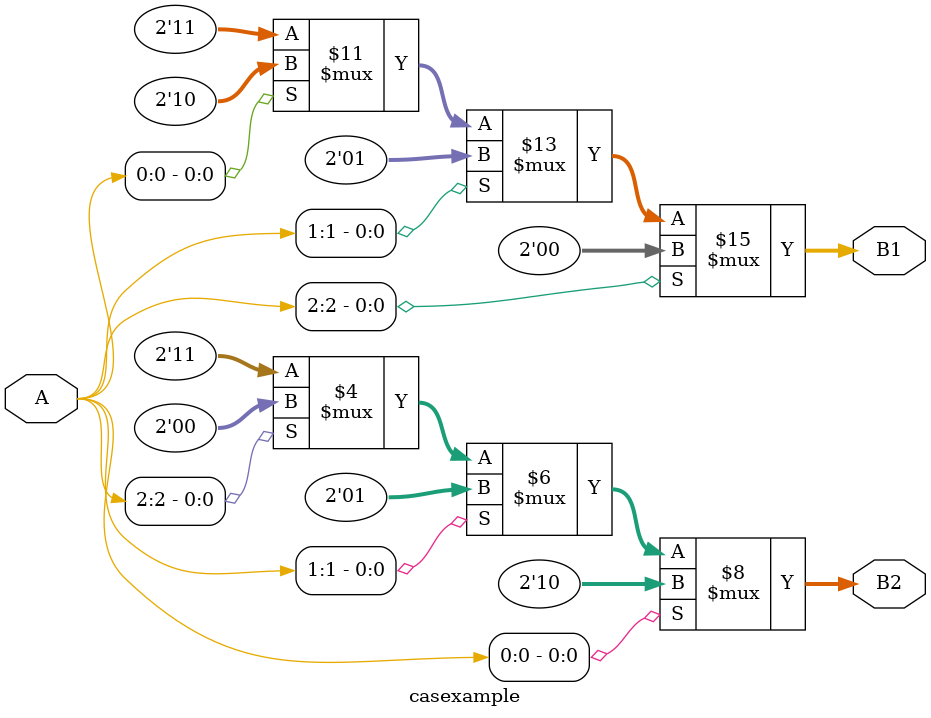
<source format=v>
`timescale 1ns / 1ps
module casexample(
    input [2:0] A,
    output reg [1:0] B1,
    output reg [1:0] B2	 
    );

always @(*)
	begin
		casex(A)
			3'b1xx:  B1 = 0;
			3'bx1x:  B1 = 1;
			3'bxx1:  B1 = 2;
			default: B1 = 3;
		endcase
	end

always @(*)
	begin
		casex(A)						// same values, different order, different results
			3'bxx1:  B2 = 2;
			3'bx1x:  B2 = 1;
			3'b1xx:  B2 = 0;
			default: B2 = 3;
		endcase
	end


endmodule

</source>
